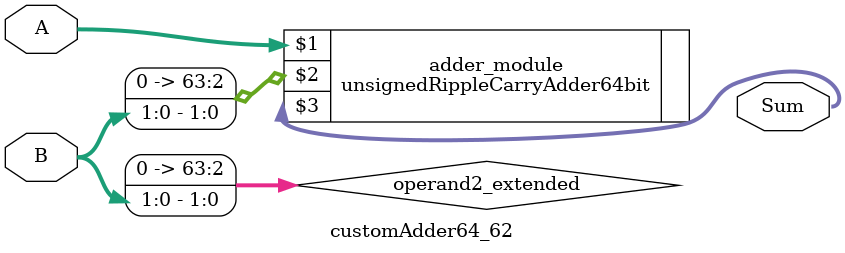
<source format=v>
module customAdder64_62(
                        input [63 : 0] A,
                        input [1 : 0] B,
                        
                        output [64 : 0] Sum
                );

        wire [63 : 0] operand2_extended;
        
        assign operand2_extended =  {62'b0, B};
        
        unsignedRippleCarryAdder64bit adder_module(
            A,
            operand2_extended,
            Sum
        );
        
        endmodule
        
</source>
